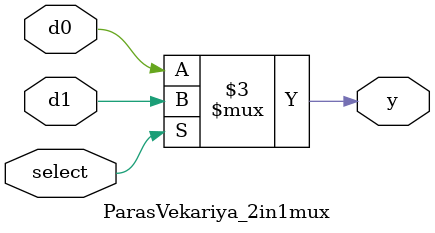
<source format=v>
module ParasVekariya_2in1mux(y, d1, d0 , select);
	output reg y;  //output
	input wire d0,d1,select;	//inputs and select line
	
	always@(d0 or d1 or select) begin
	if(select)
		y = d1;
	else
		y = d0;
	end
	

endmodule

</source>
